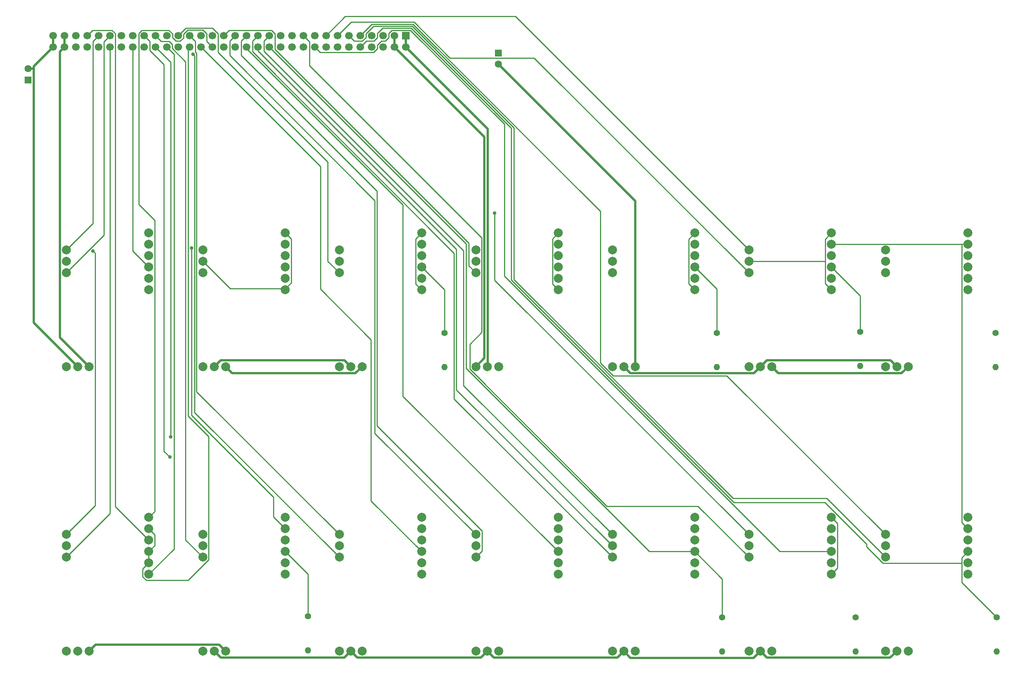
<source format=gbr>
G04 #@! TF.GenerationSoftware,KiCad,Pcbnew,(5.0.0)*
G04 #@! TF.CreationDate,2019-08-31T23:30:06+01:00*
G04 #@! TF.ProjectId,A-FJ,412D464A2E6B696361645F7063620000,rev?*
G04 #@! TF.SameCoordinates,Original*
G04 #@! TF.FileFunction,Copper,L2,Bot,Signal*
G04 #@! TF.FilePolarity,Positive*
%FSLAX46Y46*%
G04 Gerber Fmt 4.6, Leading zero omitted, Abs format (unit mm)*
G04 Created by KiCad (PCBNEW (5.0.0)) date 08/31/19 23:30:06*
%MOMM*%
%LPD*%
G01*
G04 APERTURE LIST*
G04 #@! TA.AperFunction,ComponentPad*
%ADD10C,2.000000*%
G04 #@! TD*
G04 #@! TA.AperFunction,ComponentPad*
%ADD11C,1.400000*%
G04 #@! TD*
G04 #@! TA.AperFunction,ComponentPad*
%ADD12O,1.400000X1.400000*%
G04 #@! TD*
G04 #@! TA.AperFunction,ComponentPad*
%ADD13C,1.600000*%
G04 #@! TD*
G04 #@! TA.AperFunction,ComponentPad*
%ADD14R,1.600000X1.600000*%
G04 #@! TD*
G04 #@! TA.AperFunction,ComponentPad*
%ADD15C,1.700000*%
G04 #@! TD*
G04 #@! TA.AperFunction,ComponentPad*
%ADD16R,1.700000X1.700000*%
G04 #@! TD*
G04 #@! TA.AperFunction,ViaPad*
%ADD17C,0.800000*%
G04 #@! TD*
G04 #@! TA.AperFunction,Conductor*
%ADD18C,0.500000*%
G04 #@! TD*
G04 #@! TA.AperFunction,Conductor*
%ADD19C,0.250000*%
G04 #@! TD*
G04 APERTURE END LIST*
D10*
G04 #@! TO.P,U8,13*
G04 #@! TO.N,FTG2*
X225425000Y-78740000D03*
G04 #@! TO.P,U8,12*
G04 #@! TO.N,Net-(U8-Pad1)*
X225425000Y-81280000D03*
G04 #@! TO.P,U8,11*
G04 #@! TO.N,FTG1*
X225425000Y-83820000D03*
G04 #@! TO.P,U8,6*
G04 #@! TO.N,Net-(U8-Pad1)*
X243840000Y-74930000D03*
G04 #@! TO.P,U8,5*
G04 #@! TO.N,t2-2*
X243840000Y-77470000D03*
G04 #@! TO.P,U8,4*
G04 #@! TO.N,N/C*
X243840000Y-80010000D03*
G04 #@! TO.P,U8,3*
G04 #@! TO.N,FTGa*
X243840000Y-82550000D03*
G04 #@! TO.P,U8,2*
G04 #@! TO.N,N/C*
X243840000Y-85090000D03*
G04 #@! TO.P,U8,1*
G04 #@! TO.N,Net-(U8-Pad1)*
X243840000Y-87630000D03*
G04 #@! TO.P,U8,23*
G04 #@! TO.N,Neg6v*
X230505000Y-104775000D03*
G04 #@! TO.P,U8,22*
G04 #@! TO.N,GND*
X227965000Y-104775000D03*
G04 #@! TO.P,U8,21*
G04 #@! TO.N,6v*
X225425000Y-104775000D03*
G04 #@! TD*
G04 #@! TO.P,U1,13*
G04 #@! TO.N,RTG2*
X225425000Y-142240000D03*
G04 #@! TO.P,U1,12*
G04 #@! TO.N,Net-(U1-Pad1)*
X225425000Y-144780000D03*
G04 #@! TO.P,U1,11*
G04 #@! TO.N,RTG1*
X225425000Y-147320000D03*
G04 #@! TO.P,U1,6*
G04 #@! TO.N,Net-(U1-Pad1)*
X243840000Y-138430000D03*
G04 #@! TO.P,U1,5*
G04 #@! TO.N,t2-2*
X243840000Y-140970000D03*
G04 #@! TO.P,U1,4*
G04 #@! TO.N,N/C*
X243840000Y-143510000D03*
G04 #@! TO.P,U1,3*
G04 #@! TO.N,RTGa*
X243840000Y-146050000D03*
G04 #@! TO.P,U1,2*
G04 #@! TO.N,N/C*
X243840000Y-148590000D03*
G04 #@! TO.P,U1,1*
G04 #@! TO.N,Net-(U1-Pad1)*
X243840000Y-151130000D03*
G04 #@! TO.P,U1,23*
G04 #@! TO.N,Neg6v*
X230505000Y-168275000D03*
G04 #@! TO.P,U1,22*
G04 #@! TO.N,GND*
X227965000Y-168275000D03*
G04 #@! TO.P,U1,21*
G04 #@! TO.N,6v*
X225425000Y-168275000D03*
G04 #@! TD*
G04 #@! TO.P,U12,13*
G04 #@! TO.N,MTP2*
X103505000Y-78740000D03*
G04 #@! TO.P,U12,12*
G04 #@! TO.N,Net-(U12-Pad1)*
X103505000Y-81280000D03*
G04 #@! TO.P,U12,11*
G04 #@! TO.N,MTP1*
X103505000Y-83820000D03*
G04 #@! TO.P,U12,6*
G04 #@! TO.N,Net-(U12-Pad1)*
X121920000Y-74930000D03*
G04 #@! TO.P,U12,5*
G04 #@! TO.N,t2-2*
X121920000Y-77470000D03*
G04 #@! TO.P,U12,4*
G04 #@! TO.N,N/C*
X121920000Y-80010000D03*
G04 #@! TO.P,U12,3*
G04 #@! TO.N,MTPa*
X121920000Y-82550000D03*
G04 #@! TO.P,U12,2*
G04 #@! TO.N,N/C*
X121920000Y-85090000D03*
G04 #@! TO.P,U12,1*
G04 #@! TO.N,Net-(U12-Pad1)*
X121920000Y-87630000D03*
G04 #@! TO.P,U12,23*
G04 #@! TO.N,Neg6v*
X108585000Y-104775000D03*
G04 #@! TO.P,U12,22*
G04 #@! TO.N,GND*
X106045000Y-104775000D03*
G04 #@! TO.P,U12,21*
G04 #@! TO.N,6v*
X103505000Y-104775000D03*
G04 #@! TD*
G04 #@! TO.P,U11,13*
G04 #@! TO.N,MTF2*
X133985000Y-78740000D03*
G04 #@! TO.P,U11,12*
G04 #@! TO.N,Net-(U11-Pad1)*
X133985000Y-81280000D03*
G04 #@! TO.P,U11,11*
G04 #@! TO.N,MTF1*
X133985000Y-83820000D03*
G04 #@! TO.P,U11,6*
G04 #@! TO.N,Net-(U11-Pad1)*
X152400000Y-74930000D03*
G04 #@! TO.P,U11,5*
G04 #@! TO.N,N/C*
X152400000Y-77470000D03*
G04 #@! TO.P,U11,4*
X152400000Y-80010000D03*
G04 #@! TO.P,U11,3*
G04 #@! TO.N,MTFa*
X152400000Y-82550000D03*
G04 #@! TO.P,U11,2*
G04 #@! TO.N,N/C*
X152400000Y-85090000D03*
G04 #@! TO.P,U11,1*
G04 #@! TO.N,Net-(U11-Pad1)*
X152400000Y-87630000D03*
G04 #@! TO.P,U11,23*
G04 #@! TO.N,Neg6v*
X139065000Y-104775000D03*
G04 #@! TO.P,U11,22*
G04 #@! TO.N,GND*
X136525000Y-104775000D03*
G04 #@! TO.P,U11,21*
G04 #@! TO.N,6v*
X133985000Y-104775000D03*
G04 #@! TD*
G04 #@! TO.P,U14,13*
G04 #@! TO.N,ATF2*
X42545000Y-78740000D03*
G04 #@! TO.P,U14,12*
G04 #@! TO.N,Net-(U14-Pad1)*
X42545000Y-81280000D03*
G04 #@! TO.P,U14,11*
G04 #@! TO.N,ATF1*
X42545000Y-83820000D03*
G04 #@! TO.P,U14,6*
G04 #@! TO.N,Net-(U14-Pad1)*
X60960000Y-74930000D03*
G04 #@! TO.P,U14,5*
G04 #@! TO.N,N/C*
X60960000Y-77470000D03*
G04 #@! TO.P,U14,4*
X60960000Y-80010000D03*
G04 #@! TO.P,U14,3*
G04 #@! TO.N,ATFa*
X60960000Y-82550000D03*
G04 #@! TO.P,U14,2*
G04 #@! TO.N,N/C*
X60960000Y-85090000D03*
G04 #@! TO.P,U14,1*
G04 #@! TO.N,Net-(U14-Pad1)*
X60960000Y-87630000D03*
G04 #@! TO.P,U14,23*
G04 #@! TO.N,Neg6v*
X47625000Y-104775000D03*
G04 #@! TO.P,U14,22*
G04 #@! TO.N,GND*
X45085000Y-104775000D03*
G04 #@! TO.P,U14,21*
G04 #@! TO.N,6v*
X42545000Y-104775000D03*
G04 #@! TD*
G04 #@! TO.P,U13,13*
G04 #@! TO.N,QTF2*
X73025000Y-78740000D03*
G04 #@! TO.P,U13,12*
G04 #@! TO.N,Net-(U13-Pad1)*
X73025000Y-81280000D03*
G04 #@! TO.P,U13,11*
G04 #@! TO.N,QTF1*
X73025000Y-83820000D03*
G04 #@! TO.P,U13,6*
G04 #@! TO.N,Net-(U13-Pad1)*
X91440000Y-74930000D03*
G04 #@! TO.P,U13,5*
G04 #@! TO.N,N/C*
X91440000Y-77470000D03*
G04 #@! TO.P,U13,4*
X91440000Y-80010000D03*
G04 #@! TO.P,U13,3*
G04 #@! TO.N,QTFa*
X91440000Y-82550000D03*
G04 #@! TO.P,U13,2*
G04 #@! TO.N,N/C*
X91440000Y-85090000D03*
G04 #@! TO.P,U13,1*
G04 #@! TO.N,Net-(U13-Pad1)*
X91440000Y-87630000D03*
G04 #@! TO.P,U13,23*
G04 #@! TO.N,Neg6v*
X78105000Y-104775000D03*
G04 #@! TO.P,U13,22*
G04 #@! TO.N,GND*
X75565000Y-104775000D03*
G04 #@! TO.P,U13,21*
G04 #@! TO.N,6v*
X73025000Y-104775000D03*
G04 #@! TD*
D11*
G04 #@! TO.P,R3,1*
G04 #@! TO.N,RTGa*
X250250000Y-160750000D03*
D12*
G04 #@! TO.P,R3,2*
G04 #@! TO.N,6v*
X250250000Y-168370000D03*
G04 #@! TD*
D11*
G04 #@! TO.P,R4,1*
G04 #@! TO.N,VTGa*
X189000000Y-160750000D03*
D12*
G04 #@! TO.P,R4,2*
G04 #@! TO.N,6v*
X189000000Y-168370000D03*
G04 #@! TD*
D11*
G04 #@! TO.P,R5,1*
G04 #@! TO.N,MTPa*
X127000000Y-97250000D03*
D12*
G04 #@! TO.P,R5,2*
G04 #@! TO.N,6v*
X127000000Y-104870000D03*
G04 #@! TD*
D11*
G04 #@! TO.P,R6,1*
G04 #@! TO.N,PTG1-a*
X218750000Y-160750000D03*
D12*
G04 #@! TO.P,R6,2*
G04 #@! TO.N,6v*
X218750000Y-168370000D03*
G04 #@! TD*
D11*
G04 #@! TO.P,R7,1*
G04 #@! TO.N,PTG2-a*
X187750000Y-97250000D03*
D12*
G04 #@! TO.P,R7,2*
G04 #@! TO.N,6v*
X187750000Y-104870000D03*
G04 #@! TD*
D11*
G04 #@! TO.P,R8,1*
G04 #@! TO.N,JTPCa*
X96500000Y-160500000D03*
D12*
G04 #@! TO.P,R8,2*
G04 #@! TO.N,6v*
X96500000Y-168120000D03*
G04 #@! TD*
D10*
G04 #@! TO.P,U2,13*
G04 #@! TO.N,PTG1-2*
X194945000Y-142240000D03*
G04 #@! TO.P,U2,12*
G04 #@! TO.N,Net-(U2-Pad1)*
X194945000Y-144780000D03*
G04 #@! TO.P,U2,11*
G04 #@! TO.N,PTG1-1*
X194945000Y-147320000D03*
G04 #@! TO.P,U2,6*
G04 #@! TO.N,Net-(U2-Pad1)*
X213360000Y-138430000D03*
G04 #@! TO.P,U2,5*
G04 #@! TO.N,t2-2*
X213360000Y-140970000D03*
G04 #@! TO.P,U2,4*
G04 #@! TO.N,N/C*
X213360000Y-143510000D03*
G04 #@! TO.P,U2,3*
G04 #@! TO.N,PTG1-a*
X213360000Y-146050000D03*
G04 #@! TO.P,U2,2*
G04 #@! TO.N,N/C*
X213360000Y-148590000D03*
G04 #@! TO.P,U2,1*
G04 #@! TO.N,Net-(U2-Pad1)*
X213360000Y-151130000D03*
G04 #@! TO.P,U2,23*
G04 #@! TO.N,Neg6v*
X200025000Y-168275000D03*
G04 #@! TO.P,U2,22*
G04 #@! TO.N,GND*
X197485000Y-168275000D03*
G04 #@! TO.P,U2,21*
G04 #@! TO.N,6v*
X194945000Y-168275000D03*
G04 #@! TD*
G04 #@! TO.P,U3,13*
G04 #@! TO.N,VTG2*
X164465000Y-142240000D03*
G04 #@! TO.P,U3,12*
G04 #@! TO.N,VTG-*
X164465000Y-144780000D03*
G04 #@! TO.P,U3,11*
G04 #@! TO.N,VTG1*
X164465000Y-147320000D03*
G04 #@! TO.P,U3,6*
G04 #@! TO.N,VTG-*
X182880000Y-138430000D03*
G04 #@! TO.P,U3,5*
G04 #@! TO.N,t2-2*
X182880000Y-140970000D03*
G04 #@! TO.P,U3,4*
G04 #@! TO.N,N/C*
X182880000Y-143510000D03*
G04 #@! TO.P,U3,3*
G04 #@! TO.N,VTGa*
X182880000Y-146050000D03*
G04 #@! TO.P,U3,2*
G04 #@! TO.N,N/C*
X182880000Y-148590000D03*
G04 #@! TO.P,U3,1*
G04 #@! TO.N,VTG-*
X182880000Y-151130000D03*
G04 #@! TO.P,U3,23*
G04 #@! TO.N,Neg6v*
X169545000Y-168275000D03*
G04 #@! TO.P,U3,22*
G04 #@! TO.N,GND*
X167005000Y-168275000D03*
G04 #@! TO.P,U3,21*
G04 #@! TO.N,6v*
X164465000Y-168275000D03*
G04 #@! TD*
G04 #@! TO.P,U4,13*
G04 #@! TO.N,JTF2*
X133985000Y-142240000D03*
G04 #@! TO.P,U4,12*
G04 #@! TO.N,Net-(U4-Pad1)*
X133985000Y-144780000D03*
G04 #@! TO.P,U4,11*
G04 #@! TO.N,JTF1*
X133985000Y-147320000D03*
G04 #@! TO.P,U4,6*
G04 #@! TO.N,Net-(U4-Pad1)*
X152400000Y-138430000D03*
G04 #@! TO.P,U4,5*
G04 #@! TO.N,N/C*
X152400000Y-140970000D03*
G04 #@! TO.P,U4,4*
X152400000Y-143510000D03*
G04 #@! TO.P,U4,3*
G04 #@! TO.N,JTFa*
X152400000Y-146050000D03*
G04 #@! TO.P,U4,2*
G04 #@! TO.N,N/C*
X152400000Y-148590000D03*
G04 #@! TO.P,U4,1*
G04 #@! TO.N,Net-(U4-Pad1)*
X152400000Y-151130000D03*
G04 #@! TO.P,U4,23*
G04 #@! TO.N,Neg6v*
X139065000Y-168275000D03*
G04 #@! TO.P,U4,22*
G04 #@! TO.N,GND*
X136525000Y-168275000D03*
G04 #@! TO.P,U4,21*
G04 #@! TO.N,6v*
X133985000Y-168275000D03*
G04 #@! TD*
G04 #@! TO.P,U5,13*
G04 #@! TO.N,M-TF2*
X103505000Y-142240000D03*
G04 #@! TO.P,U5,12*
G04 #@! TO.N,Net-(U5-Pad1)*
X103505000Y-144780000D03*
G04 #@! TO.P,U5,11*
G04 #@! TO.N,M-TF1*
X103505000Y-147320000D03*
G04 #@! TO.P,U5,6*
G04 #@! TO.N,Net-(U5-Pad1)*
X121920000Y-138430000D03*
G04 #@! TO.P,U5,5*
G04 #@! TO.N,N/C*
X121920000Y-140970000D03*
G04 #@! TO.P,U5,4*
X121920000Y-143510000D03*
G04 #@! TO.P,U5,3*
G04 #@! TO.N,M-TFa*
X121920000Y-146050000D03*
G04 #@! TO.P,U5,2*
G04 #@! TO.N,N/C*
X121920000Y-148590000D03*
G04 #@! TO.P,U5,1*
G04 #@! TO.N,Net-(U5-Pad1)*
X121920000Y-151130000D03*
G04 #@! TO.P,U5,23*
G04 #@! TO.N,Neg6v*
X108585000Y-168275000D03*
G04 #@! TO.P,U5,22*
G04 #@! TO.N,GND*
X106045000Y-168275000D03*
G04 #@! TO.P,U5,21*
G04 #@! TO.N,6v*
X103505000Y-168275000D03*
G04 #@! TD*
G04 #@! TO.P,U6,13*
G04 #@! TO.N,JTPC2*
X73025000Y-142240000D03*
G04 #@! TO.P,U6,12*
G04 #@! TO.N,Net-(U6-Pad1)*
X73025000Y-144780000D03*
G04 #@! TO.P,U6,11*
G04 #@! TO.N,JTPC1*
X73025000Y-147320000D03*
G04 #@! TO.P,U6,6*
G04 #@! TO.N,Net-(U6-Pad1)*
X91440000Y-138430000D03*
G04 #@! TO.P,U6,5*
G04 #@! TO.N,t5*
X91440000Y-140970000D03*
G04 #@! TO.P,U6,4*
G04 #@! TO.N,N/C*
X91440000Y-143510000D03*
G04 #@! TO.P,U6,3*
G04 #@! TO.N,JTPCa*
X91440000Y-146050000D03*
G04 #@! TO.P,U6,2*
G04 #@! TO.N,N/C*
X91440000Y-148590000D03*
G04 #@! TO.P,U6,1*
G04 #@! TO.N,Net-(U6-Pad1)*
X91440000Y-151130000D03*
G04 #@! TO.P,U6,23*
G04 #@! TO.N,Neg6v*
X78105000Y-168275000D03*
G04 #@! TO.P,U6,22*
G04 #@! TO.N,GND*
X75565000Y-168275000D03*
G04 #@! TO.P,U6,21*
G04 #@! TO.N,6v*
X73025000Y-168275000D03*
G04 #@! TD*
G04 #@! TO.P,U7,13*
G04 #@! TO.N,JTG16-*
X42545000Y-142240000D03*
G04 #@! TO.P,U7,12*
G04 #@! TO.N,JTG15-*
X42545000Y-144780000D03*
G04 #@! TO.P,U7,11*
G04 #@! TO.N,JTG14-*
X42545000Y-147320000D03*
G04 #@! TO.P,U7,6*
G04 #@! TO.N,J16*
X60960000Y-138430000D03*
G04 #@! TO.P,U7,5*
G04 #@! TO.N,MTI*
X60960000Y-140970000D03*
G04 #@! TO.P,U7,4*
G04 #@! TO.N,J15*
X60960000Y-143510000D03*
G04 #@! TO.P,U7,3*
G04 #@! TO.N,MTI*
X60960000Y-146050000D03*
G04 #@! TO.P,U7,2*
X60960000Y-148590000D03*
G04 #@! TO.P,U7,1*
G04 #@! TO.N,J14*
X60960000Y-151130000D03*
G04 #@! TO.P,U7,23*
G04 #@! TO.N,Neg6v*
X47625000Y-168275000D03*
G04 #@! TO.P,U7,22*
G04 #@! TO.N,GND*
X45085000Y-168275000D03*
G04 #@! TO.P,U7,21*
G04 #@! TO.N,6v*
X42545000Y-168275000D03*
G04 #@! TD*
G04 #@! TO.P,U9,13*
G04 #@! TO.N,LTG2*
X194945000Y-78740000D03*
G04 #@! TO.P,U9,12*
G04 #@! TO.N,Net-(U9-Pad1)*
X194945000Y-81280000D03*
G04 #@! TO.P,U9,11*
G04 #@! TO.N,LTG1*
X194945000Y-83820000D03*
G04 #@! TO.P,U9,6*
G04 #@! TO.N,Net-(U9-Pad1)*
X213360000Y-74930000D03*
G04 #@! TO.P,U9,5*
G04 #@! TO.N,t2-2*
X213360000Y-77470000D03*
G04 #@! TO.P,U9,4*
G04 #@! TO.N,N/C*
X213360000Y-80010000D03*
G04 #@! TO.P,U9,3*
G04 #@! TO.N,LTGa*
X213360000Y-82550000D03*
G04 #@! TO.P,U9,2*
G04 #@! TO.N,N/C*
X213360000Y-85090000D03*
G04 #@! TO.P,U9,1*
G04 #@! TO.N,Net-(U9-Pad1)*
X213360000Y-87630000D03*
G04 #@! TO.P,U9,23*
G04 #@! TO.N,Neg6v*
X200025000Y-104775000D03*
G04 #@! TO.P,U9,22*
G04 #@! TO.N,GND*
X197485000Y-104775000D03*
G04 #@! TO.P,U9,21*
G04 #@! TO.N,6v*
X194945000Y-104775000D03*
G04 #@! TD*
G04 #@! TO.P,U10,13*
G04 #@! TO.N,PTG2-2*
X164465000Y-78740000D03*
G04 #@! TO.P,U10,12*
G04 #@! TO.N,Net-(U10-Pad1)*
X164465000Y-81280000D03*
G04 #@! TO.P,U10,11*
G04 #@! TO.N,PTG2-1*
X164465000Y-83820000D03*
G04 #@! TO.P,U10,6*
G04 #@! TO.N,Net-(U10-Pad1)*
X182880000Y-74930000D03*
G04 #@! TO.P,U10,5*
G04 #@! TO.N,t2-2*
X182880000Y-77470000D03*
G04 #@! TO.P,U10,4*
G04 #@! TO.N,N/C*
X182880000Y-80010000D03*
G04 #@! TO.P,U10,3*
G04 #@! TO.N,PTG2-a*
X182880000Y-82550000D03*
G04 #@! TO.P,U10,2*
G04 #@! TO.N,N/C*
X182880000Y-85090000D03*
G04 #@! TO.P,U10,1*
G04 #@! TO.N,Net-(U10-Pad1)*
X182880000Y-87630000D03*
G04 #@! TO.P,U10,23*
G04 #@! TO.N,Neg6v*
X169545000Y-104775000D03*
G04 #@! TO.P,U10,22*
G04 #@! TO.N,GND*
X167005000Y-104775000D03*
G04 #@! TO.P,U10,21*
G04 #@! TO.N,6v*
X164465000Y-104775000D03*
G04 #@! TD*
D13*
G04 #@! TO.P,C1,2*
G04 #@! TO.N,GND*
X34000000Y-38250000D03*
D14*
G04 #@! TO.P,C1,1*
G04 #@! TO.N,6v*
X34000000Y-40750000D03*
G04 #@! TD*
D13*
G04 #@! TO.P,C2,2*
G04 #@! TO.N,Neg6v*
X139000000Y-37250000D03*
D14*
G04 #@! TO.P,C2,1*
G04 #@! TO.N,GND*
X139000000Y-34750000D03*
G04 #@! TD*
D15*
G04 #@! TO.P,J1,AL*
G04 #@! TO.N,GND*
X39605000Y-33401000D03*
G04 #@! TO.P,J1,32*
X39605000Y-30861000D03*
G04 #@! TO.P,J1,AK*
G04 #@! TO.N,Neg6v*
X42145000Y-33401000D03*
G04 #@! TO.P,J1,31*
X42145000Y-30861000D03*
G04 #@! TO.P,J1,AJ*
G04 #@! TO.N,N/C*
X44685000Y-33401000D03*
G04 #@! TO.P,J1,30*
X44685000Y-30861000D03*
G04 #@! TO.P,J1,AH*
G04 #@! TO.N,JTG15-*
X47225000Y-33401000D03*
G04 #@! TO.P,J1,29*
G04 #@! TO.N,J15*
X47225000Y-30861000D03*
G04 #@! TO.P,J1,AF*
G04 #@! TO.N,t2-2*
X49765000Y-33401000D03*
G04 #@! TO.P,J1,28*
G04 #@! TO.N,ATF2*
X49765000Y-30861000D03*
G04 #@! TO.P,J1,AE*
G04 #@! TO.N,JTG14-*
X52305000Y-33401000D03*
G04 #@! TO.P,J1,27*
G04 #@! TO.N,ATF1*
X52305000Y-30861000D03*
G04 #@! TO.P,J1,AD*
G04 #@! TO.N,t5*
X54845000Y-33401000D03*
G04 #@! TO.P,J1,26*
G04 #@! TO.N,QTF2*
X54845000Y-30861000D03*
G04 #@! TO.P,J1,AC*
G04 #@! TO.N,ATFa*
X57385000Y-33401000D03*
G04 #@! TO.P,J1,25*
G04 #@! TO.N,QTF1*
X57385000Y-30861000D03*
G04 #@! TO.P,J1,AB*
G04 #@! TO.N,QTFa*
X59925000Y-33401000D03*
G04 #@! TO.P,J1,24*
G04 #@! TO.N,JTPC2*
X59925000Y-30861000D03*
G04 #@! TO.P,J1,AA*
G04 #@! TO.N,JTPCa*
X62465000Y-33401000D03*
G04 #@! TO.P,J1,23*
G04 #@! TO.N,JTPC1*
X62465000Y-30861000D03*
G04 #@! TO.P,J1,Z*
G04 #@! TO.N,J14*
X65005000Y-33401000D03*
G04 #@! TO.P,J1,22*
G04 #@! TO.N,MTP2*
X65005000Y-30861000D03*
G04 #@! TO.P,J1,Y*
G04 #@! TO.N,MTPa*
X67545000Y-33401000D03*
G04 #@! TO.P,J1,21*
G04 #@! TO.N,MTP1*
X67545000Y-30861000D03*
G04 #@! TO.P,J1,X*
G04 #@! TO.N,MTI*
X70085000Y-33401000D03*
G04 #@! TO.P,J1,20*
G04 #@! TO.N,M-TF2*
X70085000Y-30861000D03*
G04 #@! TO.P,J1,W*
G04 #@! TO.N,M-TFa*
X72625000Y-33401000D03*
G04 #@! TO.P,J1,19*
G04 #@! TO.N,M-TF1*
X72625000Y-30861000D03*
G04 #@! TO.P,J1,V*
G04 #@! TO.N,J16*
X75165000Y-33401000D03*
G04 #@! TO.P,J1,18*
G04 #@! TO.N,MTF2*
X75165000Y-30861000D03*
G04 #@! TO.P,J1,U*
G04 #@! TO.N,MTFa*
X77705000Y-33401000D03*
G04 #@! TO.P,J1,17*
G04 #@! TO.N,MTF1*
X77705000Y-30861000D03*
G04 #@! TO.P,J1,T*
G04 #@! TO.N,JTG16-*
X80245000Y-33401000D03*
G04 #@! TO.P,J1,16*
G04 #@! TO.N,JTF2*
X80245000Y-30861000D03*
G04 #@! TO.P,J1,S*
G04 #@! TO.N,JTFa*
X82785000Y-33401000D03*
G04 #@! TO.P,J1,15*
G04 #@! TO.N,JTF1*
X82785000Y-30861000D03*
G04 #@! TO.P,J1,R*
G04 #@! TO.N,VTG-*
X85325000Y-33401000D03*
G04 #@! TO.P,J1,14*
G04 #@! TO.N,VTG1*
X85325000Y-30861000D03*
G04 #@! TO.P,J1,P*
G04 #@! TO.N,VTGa*
X87865000Y-33401000D03*
G04 #@! TO.P,J1,13*
G04 #@! TO.N,VTG2*
X87865000Y-30861000D03*
G04 #@! TO.P,J1,N*
G04 #@! TO.N,N/C*
X90405000Y-33401000D03*
G04 #@! TO.P,J1,12*
G04 #@! TO.N,PTG2-2*
X90405000Y-30861000D03*
G04 #@! TO.P,J1,M*
G04 #@! TO.N,PTG2-a*
X92945000Y-33401000D03*
G04 #@! TO.P,J1,11*
G04 #@! TO.N,PTG2-1*
X92945000Y-30861000D03*
G04 #@! TO.P,J1,L*
G04 #@! TO.N,N/C*
X95485000Y-33401000D03*
G04 #@! TO.P,J1,10*
G04 #@! TO.N,PTG1-1*
X95485000Y-30861000D03*
G04 #@! TO.P,J1,K*
G04 #@! TO.N,PTG1-a*
X98025000Y-33401000D03*
G04 #@! TO.P,J1,9*
G04 #@! TO.N,PTG1-2*
X98025000Y-30861000D03*
G04 #@! TO.P,J1,J*
G04 #@! TO.N,N/C*
X100565000Y-33401000D03*
G04 #@! TO.P,J1,8*
G04 #@! TO.N,LTG2*
X100565000Y-30861000D03*
G04 #@! TO.P,J1,H*
G04 #@! TO.N,LTGa*
X103105000Y-33401000D03*
G04 #@! TO.P,J1,7*
G04 #@! TO.N,LTG1*
X103105000Y-30861000D03*
G04 #@! TO.P,J1,F*
G04 #@! TO.N,N/C*
X105645000Y-33401000D03*
G04 #@! TO.P,J1,6*
G04 #@! TO.N,RTG1*
X105645000Y-30861000D03*
G04 #@! TO.P,J1,E*
G04 #@! TO.N,RTGa*
X108185000Y-33401000D03*
G04 #@! TO.P,J1,5*
G04 #@! TO.N,RTG2*
X108185000Y-30861000D03*
G04 #@! TO.P,J1,D*
G04 #@! TO.N,N/C*
X110725000Y-33401000D03*
G04 #@! TO.P,J1,4*
G04 #@! TO.N,FTG1*
X110725000Y-30861000D03*
G04 #@! TO.P,J1,C*
G04 #@! TO.N,FTGa*
X113265000Y-33401000D03*
G04 #@! TO.P,J1,3*
G04 #@! TO.N,FTG2*
X113265000Y-30861000D03*
G04 #@! TO.P,J1,B*
G04 #@! TO.N,6v*
X115805000Y-33401000D03*
G04 #@! TO.P,J1,2*
X115805000Y-30861000D03*
G04 #@! TO.P,J1,A*
G04 #@! TO.N,GND*
X118345000Y-33401000D03*
D16*
G04 #@! TO.P,J1,1*
X118345000Y-30861000D03*
G04 #@! TD*
D11*
G04 #@! TO.P,R1,1*
G04 #@! TO.N,FTGa*
X250000000Y-97250000D03*
D12*
G04 #@! TO.P,R1,2*
G04 #@! TO.N,6v*
X250000000Y-104870000D03*
G04 #@! TD*
G04 #@! TO.P,R2,2*
G04 #@! TO.N,6v*
X219750000Y-104620000D03*
D11*
G04 #@! TO.P,R2,1*
G04 #@! TO.N,LTGa*
X219750000Y-97000000D03*
G04 #@! TD*
D17*
G04 #@! TO.N,t5*
X70472200Y-78313100D03*
G04 #@! TO.N,JTPC2*
X65671600Y-124935300D03*
G04 #@! TO.N,JTPCa*
X65857900Y-120467900D03*
G04 #@! TO.N,M-TF1*
X70859300Y-35020800D03*
G04 #@! TO.N,JTG16-*
X48495000Y-78920500D03*
G04 #@! TO.N,PTG1-2*
X138199800Y-70509700D03*
G04 #@! TD*
D18*
G04 #@! TO.N,6v*
X115805000Y-30861000D02*
X115805000Y-33401000D01*
X133985000Y-104775000D02*
X135899100Y-102860900D01*
X135899100Y-102860900D02*
X135899100Y-53495100D01*
X135899100Y-53495100D02*
X115805000Y-33401000D01*
G04 #@! TO.N,Neg6v*
X169545000Y-104775000D02*
X169545000Y-67795000D01*
X169545000Y-67795000D02*
X139000000Y-37250000D01*
X78105000Y-104775000D02*
X79579400Y-106249400D01*
X79579400Y-106249400D02*
X107110600Y-106249400D01*
X107110600Y-106249400D02*
X108585000Y-104775000D01*
X78105000Y-168275000D02*
X76653400Y-166823400D01*
X76653400Y-166823400D02*
X49076600Y-166823400D01*
X49076600Y-166823400D02*
X47625000Y-168275000D01*
X42145000Y-33401000D02*
X41094300Y-34451700D01*
X41094300Y-34451700D02*
X41094300Y-98244300D01*
X41094300Y-98244300D02*
X47625000Y-104775000D01*
X42145000Y-30861000D02*
X42145000Y-33401000D01*
X200025000Y-104775000D02*
X201499400Y-106249400D01*
X201499400Y-106249400D02*
X229030600Y-106249400D01*
X229030600Y-106249400D02*
X230505000Y-104775000D01*
G04 #@! TO.N,GND*
X118345000Y-33401000D02*
X136625900Y-51681900D01*
X136625900Y-51681900D02*
X136625900Y-104674100D01*
X136625900Y-104674100D02*
X136525000Y-104775000D01*
X118345000Y-30861000D02*
X118345000Y-33401000D01*
X197485000Y-168275000D02*
X198962200Y-169752200D01*
X198962200Y-169752200D02*
X226487800Y-169752200D01*
X226487800Y-169752200D02*
X227965000Y-168275000D01*
X167005000Y-168275000D02*
X168507600Y-169777600D01*
X168507600Y-169777600D02*
X195982400Y-169777600D01*
X195982400Y-169777600D02*
X197485000Y-168275000D01*
X167005000Y-104775000D02*
X168455400Y-106225400D01*
X168455400Y-106225400D02*
X196034600Y-106225400D01*
X196034600Y-106225400D02*
X197485000Y-104775000D01*
X75565000Y-168275000D02*
X77016000Y-169726000D01*
X77016000Y-169726000D02*
X104594000Y-169726000D01*
X104594000Y-169726000D02*
X106045000Y-168275000D01*
X106045000Y-168275000D02*
X107495400Y-169725400D01*
X107495400Y-169725400D02*
X135074600Y-169725400D01*
X135074600Y-169725400D02*
X136525000Y-168275000D01*
X227965000Y-104775000D02*
X226514200Y-103324200D01*
X226514200Y-103324200D02*
X198935800Y-103324200D01*
X198935800Y-103324200D02*
X197485000Y-104775000D01*
X136525000Y-168275000D02*
X137975400Y-169725400D01*
X137975400Y-169725400D02*
X165554600Y-169725400D01*
X165554600Y-169725400D02*
X167005000Y-168275000D01*
X35250400Y-38250000D02*
X35250400Y-94940400D01*
X35250400Y-94940400D02*
X45085000Y-104775000D01*
X39605000Y-33401000D02*
X35250400Y-37755600D01*
X35250400Y-37755600D02*
X35250400Y-38250000D01*
X34000000Y-38250000D02*
X35250400Y-38250000D01*
X39605000Y-33401000D02*
X39605000Y-30861000D01*
X106045000Y-104775000D02*
X104592300Y-103322300D01*
X104592300Y-103322300D02*
X77017700Y-103322300D01*
X77017700Y-103322300D02*
X75565000Y-104775000D01*
D19*
G04 #@! TO.N,MTPa*
X127000000Y-97250000D02*
X127000000Y-87630000D01*
X127000000Y-87630000D02*
X121920000Y-82550000D01*
G04 #@! TO.N,Net-(U2-Pad1)*
X213360000Y-151130000D02*
X214708100Y-149781900D01*
X214708100Y-149781900D02*
X214708100Y-139778100D01*
X214708100Y-139778100D02*
X213360000Y-138430000D01*
G04 #@! TO.N,Net-(U9-Pad1)*
X211994200Y-81280000D02*
X211994200Y-76295800D01*
X211994200Y-76295800D02*
X213360000Y-74930000D01*
X213360000Y-87630000D02*
X211994200Y-86264200D01*
X211994200Y-86264200D02*
X211994200Y-81280000D01*
X211994200Y-81280000D02*
X194945000Y-81280000D01*
G04 #@! TO.N,Net-(U10-Pad1)*
X182880000Y-87630000D02*
X181488200Y-86238200D01*
X181488200Y-86238200D02*
X181488200Y-76321800D01*
X181488200Y-76321800D02*
X182880000Y-74930000D01*
G04 #@! TO.N,Net-(U11-Pad1)*
X152400000Y-87630000D02*
X151074700Y-86304700D01*
X151074700Y-86304700D02*
X151074700Y-76255300D01*
X151074700Y-76255300D02*
X152400000Y-74930000D01*
G04 #@! TO.N,Net-(U12-Pad1)*
X121920000Y-87630000D02*
X120591000Y-86301000D01*
X120591000Y-86301000D02*
X120591000Y-76259000D01*
X120591000Y-76259000D02*
X121920000Y-74930000D01*
G04 #@! TO.N,Net-(U13-Pad1)*
X91440000Y-87383900D02*
X79128900Y-87383900D01*
X79128900Y-87383900D02*
X73025000Y-81280000D01*
X91440000Y-74930000D02*
X92772100Y-76262100D01*
X92772100Y-76262100D02*
X92772100Y-86051800D01*
X92772100Y-86051800D02*
X91440000Y-87383900D01*
X91440000Y-87630000D02*
X91440000Y-87383900D01*
G04 #@! TO.N,J15*
X47225000Y-30861000D02*
X48440500Y-29645500D01*
X48440500Y-29645500D02*
X52761200Y-29645500D01*
X52761200Y-29645500D02*
X53495200Y-30379500D01*
X53495200Y-30379500D02*
X53495200Y-136045200D01*
X53495200Y-136045200D02*
X60960000Y-143510000D01*
G04 #@! TO.N,t2-2*
X213360000Y-77470000D02*
X213415400Y-77414600D01*
X213415400Y-77414600D02*
X242409300Y-77414600D01*
X242409300Y-77414600D02*
X242464700Y-77470000D01*
X242464700Y-77470000D02*
X242464700Y-139594700D01*
X242464700Y-139594700D02*
X243840000Y-140970000D01*
X242464700Y-77470000D02*
X243840000Y-77470000D01*
G04 #@! TO.N,ATF2*
X49765000Y-30861000D02*
X48495000Y-32131000D01*
X48495000Y-32131000D02*
X48495000Y-72790000D01*
X48495000Y-72790000D02*
X42545000Y-78740000D01*
G04 #@! TO.N,JTG14-*
X52305000Y-33401000D02*
X52305000Y-137560000D01*
X52305000Y-137560000D02*
X42545000Y-147320000D01*
G04 #@! TO.N,ATF1*
X52305000Y-30861000D02*
X50944700Y-32221300D01*
X50944700Y-32221300D02*
X50944700Y-75420300D01*
X50944700Y-75420300D02*
X42545000Y-83820000D01*
G04 #@! TO.N,t5*
X70472200Y-78313100D02*
X70472200Y-115611600D01*
X70472200Y-115611600D02*
X88764300Y-133903700D01*
X88764300Y-133903700D02*
X88764300Y-138294300D01*
X88764300Y-138294300D02*
X91440000Y-140970000D01*
G04 #@! TO.N,ATFa*
X60960000Y-82550000D02*
X57385000Y-78975000D01*
X57385000Y-78975000D02*
X57385000Y-33401000D01*
G04 #@! TO.N,JTPC2*
X59925000Y-30861000D02*
X61195000Y-32131000D01*
X61195000Y-32131000D02*
X61195000Y-34152500D01*
X61195000Y-34152500D02*
X64364800Y-37322300D01*
X64364800Y-37322300D02*
X64364800Y-123628500D01*
X64364800Y-123628500D02*
X65671600Y-124935300D01*
G04 #@! TO.N,JTPCa*
X62465000Y-33401000D02*
X65857900Y-36793900D01*
X65857900Y-36793900D02*
X65857900Y-120467900D01*
X96500000Y-160500000D02*
X96500000Y-151110000D01*
X96500000Y-151110000D02*
X91440000Y-146050000D01*
G04 #@! TO.N,JTPC1*
X62465000Y-30861000D02*
X63752900Y-32148900D01*
X63752900Y-32148900D02*
X65487900Y-32148900D01*
X65487900Y-32148900D02*
X66180400Y-32841400D01*
X66180400Y-32841400D02*
X66180400Y-33698600D01*
X66180400Y-33698600D02*
X69184400Y-36702600D01*
X69184400Y-36702600D02*
X69184400Y-143479400D01*
X69184400Y-143479400D02*
X73025000Y-147320000D01*
G04 #@! TO.N,J14*
X65005000Y-33401000D02*
X66583200Y-34979200D01*
X66583200Y-34979200D02*
X66583200Y-145506800D01*
X66583200Y-145506800D02*
X60960000Y-151130000D01*
G04 #@! TO.N,MTP1*
X67545000Y-30861000D02*
X69221200Y-29184800D01*
X69221200Y-29184800D02*
X75184100Y-29184800D01*
X75184100Y-29184800D02*
X76435000Y-30435700D01*
X76435000Y-30435700D02*
X76435000Y-34576300D01*
X76435000Y-34576300D02*
X100925500Y-59066800D01*
X100925500Y-59066800D02*
X100925500Y-81240500D01*
X100925500Y-81240500D02*
X103505000Y-83820000D01*
G04 #@! TO.N,MTI*
X70085000Y-33401000D02*
X69746900Y-33739100D01*
X69746900Y-33739100D02*
X69746900Y-115748500D01*
X69746900Y-115748500D02*
X74350800Y-120352400D01*
X74350800Y-120352400D02*
X74350800Y-147874500D01*
X74350800Y-147874500D02*
X69734000Y-152491300D01*
X69734000Y-152491300D02*
X60443200Y-152491300D01*
X60443200Y-152491300D02*
X59631500Y-151679600D01*
X59631500Y-151679600D02*
X59631500Y-149918500D01*
X59631500Y-149918500D02*
X60960000Y-148590000D01*
X60960000Y-146050000D02*
X60960000Y-148590000D01*
X60960000Y-146050000D02*
X62290100Y-144719900D01*
X62290100Y-144719900D02*
X62290100Y-142300100D01*
X62290100Y-142300100D02*
X60960000Y-140970000D01*
G04 #@! TO.N,M-TF2*
X103505000Y-142240000D02*
X71647800Y-110382800D01*
X71647800Y-110382800D02*
X71647800Y-34783500D01*
X71647800Y-34783500D02*
X71373900Y-34509600D01*
X71373900Y-34509600D02*
X71373900Y-32149900D01*
X71373900Y-32149900D02*
X70085000Y-30861000D01*
G04 #@! TO.N,M-TFa*
X121920000Y-146050000D02*
X110585800Y-134715800D01*
X110585800Y-134715800D02*
X110585800Y-98754700D01*
X110585800Y-98754700D02*
X99265000Y-87433900D01*
X99265000Y-87433900D02*
X99265000Y-60041000D01*
X99265000Y-60041000D02*
X72625000Y-33401000D01*
G04 #@! TO.N,M-TF1*
X103505000Y-147320000D02*
X71197500Y-115012500D01*
X71197500Y-115012500D02*
X71197500Y-35359000D01*
X71197500Y-35359000D02*
X70859300Y-35020800D01*
G04 #@! TO.N,J16*
X75165000Y-33401000D02*
X73895000Y-32131000D01*
X73895000Y-32131000D02*
X73895000Y-30449700D01*
X73895000Y-30449700D02*
X73080500Y-29635200D01*
X73080500Y-29635200D02*
X69648600Y-29635200D01*
X69648600Y-29635200D02*
X68720400Y-30563400D01*
X68720400Y-30563400D02*
X68720400Y-31386600D01*
X68720400Y-31386600D02*
X68010900Y-32096100D01*
X68010900Y-32096100D02*
X67036300Y-32096100D01*
X67036300Y-32096100D02*
X66275000Y-31334800D01*
X66275000Y-31334800D02*
X66275000Y-30466700D01*
X66275000Y-30466700D02*
X65462900Y-29654600D01*
X65462900Y-29654600D02*
X59440000Y-29654600D01*
X59440000Y-29654600D02*
X58732300Y-30362300D01*
X58732300Y-30362300D02*
X58732300Y-68546500D01*
X58732300Y-68546500D02*
X62289300Y-72103500D01*
X62289300Y-72103500D02*
X62289300Y-137100700D01*
X62289300Y-137100700D02*
X60960000Y-138430000D01*
G04 #@! TO.N,MTF1*
X77705000Y-30861000D02*
X78880800Y-29685200D01*
X78880800Y-29685200D02*
X88384500Y-29685200D01*
X88384500Y-29685200D02*
X89135000Y-30435700D01*
X89135000Y-30435700D02*
X89135000Y-33890000D01*
X89135000Y-33890000D02*
X132434500Y-77189500D01*
X132434500Y-77189500D02*
X132434500Y-82269500D01*
X132434500Y-82269500D02*
X133985000Y-83820000D01*
G04 #@! TO.N,JTG16-*
X42545000Y-142240000D02*
X48992300Y-135792700D01*
X48992300Y-135792700D02*
X48992300Y-79417800D01*
X48992300Y-79417800D02*
X48495000Y-78920500D01*
G04 #@! TO.N,JTF2*
X80245000Y-30861000D02*
X79054400Y-32051600D01*
X79054400Y-32051600D02*
X79054400Y-35292600D01*
X79054400Y-35292600D02*
X111448000Y-67686200D01*
X111448000Y-67686200D02*
X111448000Y-119703000D01*
X111448000Y-119703000D02*
X133985000Y-142240000D01*
G04 #@! TO.N,JTFa*
X82785000Y-33401000D02*
X82785000Y-33733900D01*
X82785000Y-33733900D02*
X117708700Y-68657600D01*
X117708700Y-68657600D02*
X117708700Y-111358700D01*
X117708700Y-111358700D02*
X152400000Y-146050000D01*
G04 #@! TO.N,JTF1*
X82785000Y-30861000D02*
X81594700Y-32051300D01*
X81594700Y-32051300D02*
X81594700Y-35292600D01*
X81594700Y-35292600D02*
X111898400Y-65596300D01*
X111898400Y-65596300D02*
X111898400Y-117953200D01*
X111898400Y-117953200D02*
X135382600Y-141437400D01*
X135382600Y-141437400D02*
X135382600Y-145922400D01*
X135382600Y-145922400D02*
X133985000Y-147320000D01*
G04 #@! TO.N,VTG-*
X164465000Y-144780000D02*
X129631400Y-109946400D01*
X129631400Y-109946400D02*
X129631400Y-78568200D01*
X129631400Y-78568200D02*
X85325000Y-34261800D01*
X85325000Y-34261800D02*
X85325000Y-33401000D01*
G04 #@! TO.N,VTG1*
X164465000Y-147320000D02*
X129126500Y-111981500D01*
X129126500Y-111981500D02*
X129126500Y-79438500D01*
X129126500Y-79438500D02*
X84145000Y-34457000D01*
X84145000Y-34457000D02*
X84145000Y-32041000D01*
X84145000Y-32041000D02*
X85325000Y-30861000D01*
G04 #@! TO.N,VTGa*
X182880000Y-146050000D02*
X172741100Y-146050000D01*
X172741100Y-146050000D02*
X131789300Y-105098200D01*
X131789300Y-105098200D02*
X131789300Y-77325300D01*
X131789300Y-77325300D02*
X87865000Y-33401000D01*
X189000000Y-160750000D02*
X189000000Y-152170000D01*
X189000000Y-152170000D02*
X182880000Y-146050000D01*
G04 #@! TO.N,VTG2*
X164465000Y-142240000D02*
X131237600Y-109012600D01*
X131237600Y-109012600D02*
X131237600Y-78900700D01*
X131237600Y-78900700D02*
X86685000Y-34348100D01*
X86685000Y-34348100D02*
X86685000Y-32041000D01*
X86685000Y-32041000D02*
X87865000Y-30861000D01*
G04 #@! TO.N,PTG2-a*
X187750000Y-97250000D02*
X187750000Y-87420000D01*
X187750000Y-87420000D02*
X182880000Y-82550000D01*
G04 #@! TO.N,PTG1-1*
X95485000Y-30861000D02*
X96834900Y-32210900D01*
X96834900Y-32210900D02*
X96834900Y-37528600D01*
X96834900Y-37528600D02*
X135310400Y-76004100D01*
X135310400Y-76004100D02*
X135310400Y-97089200D01*
X135310400Y-97089200D02*
X132634100Y-99765500D01*
X132634100Y-99765500D02*
X132634100Y-105306100D01*
X132634100Y-105306100D02*
X163242800Y-135914800D01*
X163242800Y-135914800D02*
X183539800Y-135914800D01*
X183539800Y-135914800D02*
X194945000Y-147320000D01*
G04 #@! TO.N,PTG1-a*
X98025000Y-33401000D02*
X99226300Y-34602300D01*
X99226300Y-34602300D02*
X111186200Y-34602300D01*
X111186200Y-34602300D02*
X112012900Y-33775600D01*
X112012900Y-33775600D02*
X112012900Y-32961200D01*
X112012900Y-32961200D02*
X112937700Y-32036400D01*
X112937700Y-32036400D02*
X113790600Y-32036400D01*
X113790600Y-32036400D02*
X114535000Y-31292000D01*
X114535000Y-31292000D02*
X114535000Y-30388300D01*
X114535000Y-30388300D02*
X115237700Y-29685600D01*
X115237700Y-29685600D02*
X119391300Y-29685600D01*
X119391300Y-29685600D02*
X140335600Y-50629900D01*
X140335600Y-50629900D02*
X140335600Y-84528200D01*
X140335600Y-84528200D02*
X201857400Y-146050000D01*
X201857400Y-146050000D02*
X213360000Y-146050000D01*
G04 #@! TO.N,PTG1-2*
X138199800Y-70509700D02*
X138199800Y-85494800D01*
X138199800Y-85494800D02*
X194945000Y-142240000D01*
G04 #@! TO.N,LTG2*
X194945000Y-78740000D02*
X142792500Y-26587500D01*
X142792500Y-26587500D02*
X104838500Y-26587500D01*
X104838500Y-26587500D02*
X100565000Y-30861000D01*
G04 #@! TO.N,LTGa*
X219750000Y-97000000D02*
X219750000Y-88940000D01*
X219750000Y-88940000D02*
X213360000Y-82550000D01*
G04 #@! TO.N,LTG1*
X103105000Y-30861000D02*
X106126900Y-27839100D01*
X106126900Y-27839100D02*
X120171900Y-27839100D01*
X120171900Y-27839100D02*
X128208100Y-35875300D01*
X128208100Y-35875300D02*
X147000300Y-35875300D01*
X147000300Y-35875300D02*
X194945000Y-83820000D01*
G04 #@! TO.N,RTG1*
X225425000Y-147320000D02*
X212308600Y-134203600D01*
X212308600Y-134203600D02*
X191382000Y-134203600D01*
X191382000Y-134203600D02*
X142487100Y-85308700D01*
X142487100Y-85308700D02*
X142487100Y-51428100D01*
X142487100Y-51428100D02*
X119808700Y-28749700D01*
X119808700Y-28749700D02*
X111158100Y-28749700D01*
X111158100Y-28749700D02*
X109455000Y-30452800D01*
X109455000Y-30452800D02*
X109455000Y-31260400D01*
X109455000Y-31260400D02*
X108652900Y-32062500D01*
X108652900Y-32062500D02*
X106846500Y-32062500D01*
X106846500Y-32062500D02*
X105645000Y-30861000D01*
G04 #@! TO.N,RTGa*
X242434200Y-148654200D02*
X224848900Y-148654200D01*
X224848900Y-148654200D02*
X221227800Y-145033100D01*
X221227800Y-145033100D02*
X221227800Y-144378700D01*
X221227800Y-144378700D02*
X211923500Y-135074400D01*
X211923500Y-135074400D02*
X191564500Y-135074400D01*
X191564500Y-135074400D02*
X141877600Y-85387500D01*
X141877600Y-85387500D02*
X141877600Y-51535000D01*
X141877600Y-51535000D02*
X119542600Y-29200000D01*
X119542600Y-29200000D02*
X113183300Y-29200000D01*
X113183300Y-29200000D02*
X111995000Y-30388300D01*
X111995000Y-30388300D02*
X111995000Y-31292000D01*
X111995000Y-31292000D02*
X111250600Y-32036400D01*
X111250600Y-32036400D02*
X109549600Y-32036400D01*
X109549600Y-32036400D02*
X108185000Y-33401000D01*
X242434200Y-148654200D02*
X242434200Y-147455800D01*
X242434200Y-147455800D02*
X243840000Y-146050000D01*
X250250000Y-160750000D02*
X242434200Y-152934200D01*
X242434200Y-152934200D02*
X242434200Y-148654200D01*
G04 #@! TO.N,RTG2*
X225425000Y-142240000D02*
X190009800Y-106824800D01*
X190009800Y-106824800D02*
X164640500Y-106824800D01*
X164640500Y-106824800D02*
X161746900Y-103931200D01*
X161746900Y-103931200D02*
X161746900Y-70050900D01*
X161746900Y-70050900D02*
X161746800Y-70050900D01*
X161746800Y-70050900D02*
X119995300Y-28299400D01*
X119995300Y-28299400D02*
X110746600Y-28299400D01*
X110746600Y-28299400D02*
X108185000Y-30861000D01*
G04 #@! TD*
M02*

</source>
